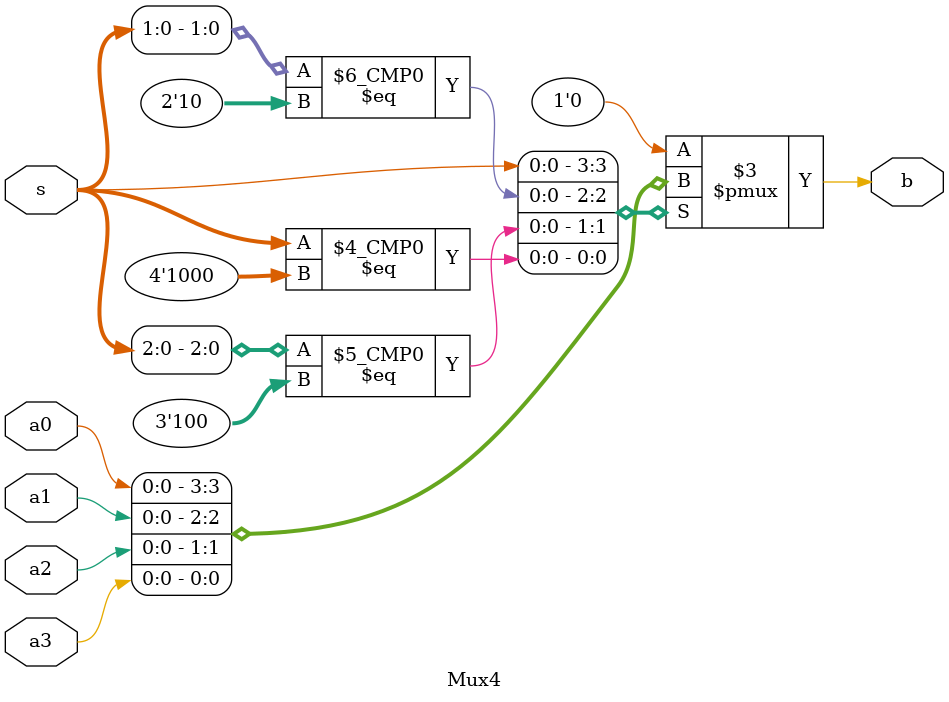
<source format=v>

module Mux4 (
    a3,a2,a1,a0,s,b
);
    parameter k = 1;
    input [k-1:0] a3,a2,a1,a0; //输入信号
    input [3:0] s;//独热码选择信号
    output [k-1:0] b;//输出信号
    reg [k-1:0] b;

    always @(*) begin
        casez (s)
            4'b???1 : b=a0;
            4'b??10 : b=a1;
            4'b?100 : b=a2; 
            4'b1000 : b=a3;
            default: b={k{1'b0}};
        endcase
    end
endmodule

</source>
